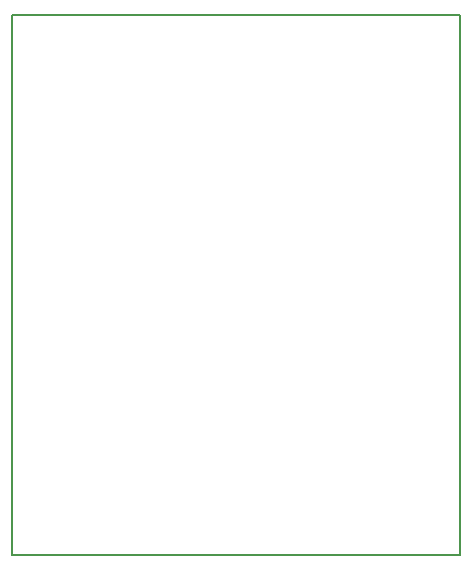
<source format=gm1>
G04 #@! TF.GenerationSoftware,KiCad,Pcbnew,7.0.10*
G04 #@! TF.CreationDate,2024-11-08T09:50:35-05:00*
G04 #@! TF.ProjectId,Novel Mechanism 2 Board,4e6f7665-6c20-44d6-9563-68616e69736d,rev?*
G04 #@! TF.SameCoordinates,Original*
G04 #@! TF.FileFunction,Profile,NP*
%FSLAX46Y46*%
G04 Gerber Fmt 4.6, Leading zero omitted, Abs format (unit mm)*
G04 Created by KiCad (PCBNEW 7.0.10) date 2024-11-08 09:50:35*
%MOMM*%
%LPD*%
G01*
G04 APERTURE LIST*
G04 #@! TA.AperFunction,Profile*
%ADD10C,0.200000*%
G04 #@! TD*
G04 APERTURE END LIST*
D10*
X118950000Y-44900000D02*
X156850000Y-44900000D01*
X156850000Y-90650000D01*
X118950000Y-90650000D01*
X118950000Y-44900000D01*
M02*

</source>
